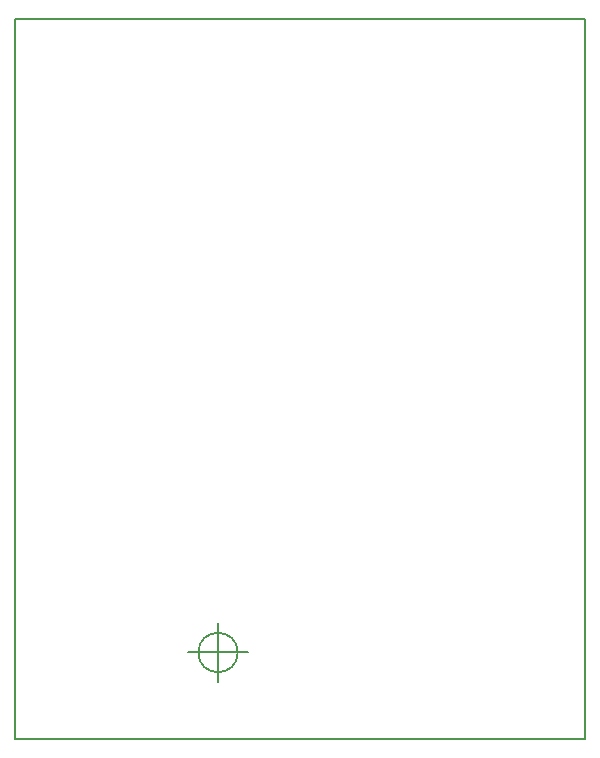
<source format=gm1>
G04 #@! TF.GenerationSoftware,KiCad,Pcbnew,(5.0.2)-1*
G04 #@! TF.CreationDate,2019-01-02T23:54:02+01:00*
G04 #@! TF.ProjectId,ArduinoS88,41726475-696e-46f5-9338-382e6b696361,rev?*
G04 #@! TF.SameCoordinates,Original*
G04 #@! TF.FileFunction,Profile,NP*
%FSLAX46Y46*%
G04 Gerber Fmt 4.6, Leading zero omitted, Abs format (unit mm)*
G04 Created by KiCad (PCBNEW (5.0.2)-1) date 02.01.2019 23:54:02*
%MOMM*%
%LPD*%
G01*
G04 APERTURE LIST*
%ADD10C,0.150000*%
G04 APERTURE END LIST*
D10*
X88689228Y-79030951D02*
G75*
G03X88689228Y-79030951I-1666666J0D01*
G01*
X84522562Y-79030951D02*
X89522562Y-79030951D01*
X87022562Y-76530951D02*
X87022562Y-81530951D01*
X69850000Y-86360000D02*
X69850000Y-25400000D01*
X118110000Y-86360000D02*
X69850000Y-86360000D01*
X118110000Y-25400000D02*
X118110000Y-86360000D01*
X69850000Y-25400000D02*
X118110000Y-25400000D01*
M02*

</source>
